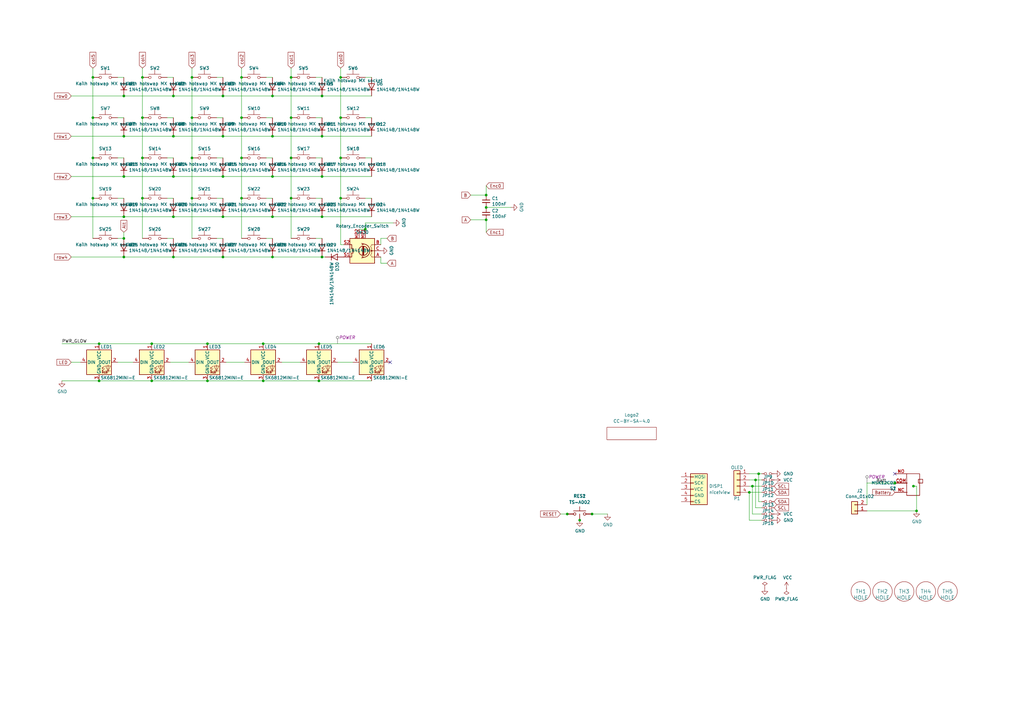
<source format=kicad_sch>
(kicad_sch (version 20230121) (generator eeschema)
  (paper "A3")
  (title_block (title "Lotus 58 Glow") (date "2023-08-30") (rev "v1.26") (company "Markus Knutsson <markus.knutsson@tweety.se>") (comment 1 "https://github.com/TweetyDaBird") (comment 2 "Licensed under Creative Commons BY-SA 4.0 International"))
  (lib_symbols
    (symbol "Connector_Generic:Conn_01x02" (pin_names (offset 1.016) hide)
      (property "Reference" "J" (at 0 2.54 0))
      (property "Value" "Conn_01x02" (at 0 -5.08 0))
      (symbol "Conn_01x02_1_1"
        (rectangle (start -1.27 -2.413) (end 0 -2.667) (stroke (width 0.1524)))
        (rectangle (start -1.27 0.127) (end 0 -0.127) (stroke (width 0.1524)))
        (rectangle (start -1.27 1.27) (end 1.27 -3.81) (stroke (width 0.254)) (fill (type background)))
        (pin passive line (at -5.08 0 0) (length 3.81) (name "Pin_1") (number "1"))
        (pin passive line (at -5.08 -2.54 0) (length 3.81) (name "Pin_2") (number "2"))
      )
    )
    (symbol "Connector_Generic:Conn_01x04" (pin_names (offset 1.016) hide)
      (property "Reference" "J" (at 0 5.08 0))
      (property "Value" "Conn_01x04" (at 0 -7.62 0))
      (symbol "Conn_01x04_1_1"
        (rectangle (start -1.27 -4.953) (end 0 -5.207) (stroke (width 0.1524)))
        (rectangle (start -1.27 -2.413) (end 0 -2.667) (stroke (width 0.1524)))
        (rectangle (start -1.27 0.127) (end 0 -0.127) (stroke (width 0.1524)))
        (rectangle (start -1.27 2.667) (end 0 2.413) (stroke (width 0.1524)))
        (rectangle (start -1.27 3.81) (end 1.27 -6.35) (stroke (width 0.254)) (fill (type background)))
        (pin passive line (at -5.08 2.54 0) (length 3.81) (name "Pin_1") (number "1"))
        (pin passive line (at -5.08 0 0) (length 3.81) (name "Pin_2") (number "2"))
        (pin passive line (at -5.08 -2.54 0) (length 3.81) (name "Pin_3") (number "3"))
        (pin passive line (at -5.08 -5.08 0) (length 3.81) (name "Pin_4") (number "4"))
      )
    )
    (symbol "Device:C_Small" (pin_numbers hide) (pin_names (offset 0.254) hide)
      (property "Reference" "C" (at 0.254 1.778 0))
      (property "Value" "C_Small" (at 0.254 -2.032 0))
      (symbol "C_Small_0_1"
        (polyline (pts (xy -1.524 -0.508) (xy 1.524 -0.508)) (stroke (width 0.3302)))
        (polyline (pts (xy -1.524 0.508) (xy 1.524 0.508)) (stroke (width 0.3048)))
      )
      (symbol "C_Small_1_1"
        (pin passive line (at 0 2.54 270) (length 2.032) (name "~") (number "1"))
        (pin passive line (at 0 -2.54 90) (length 2.032) (name "~") (number "2"))
      )
    )
    (symbol "Device:D" (pin_numbers hide) (pin_names (offset 1.016) hide)
      (property "Reference" "D" (at 0 2.54 0))
      (property "Value" "D" (at 0 -2.54 0))
      (symbol "D_0_1"
        (polyline (pts (xy -1.27 1.27) (xy -1.27 -1.27)) (stroke (width 0.254)))
        (polyline (pts (xy 1.27 0) (xy -1.27 0)))
        (polyline (pts (xy 1.27 1.27) (xy 1.27 -1.27) (xy -1.27 0) (xy 1.27 1.27)) (stroke (width 0.254)))
      )
      (symbol "D_1_1"
        (pin passive line (at -3.81 0 0) (length 2.54) (name "K") (number "1"))
        (pin passive line (at 3.81 0 180) (length 2.54) (name "A") (number "2"))
      )
    )
    (symbol "Device:Jumper_NO_Small" (pin_numbers hide) (pin_names (offset 0.762) hide)
      (property "Reference" "JP" (at 0 2.032 0))
      (property "Value" "Jumper_NO_Small" (at 0.254 -1.524 0))
      (symbol "Jumper_NO_Small_0_1"
        (circle (center -1.016 0) (radius 0.508))
        (circle (center 1.016 0) (radius 0.508))
        (pin passive line (at -2.54 0 0) (length 1.016) (name "1") (number "1"))
        (pin passive line (at 2.54 0 180) (length 1.016) (name "2") (number "2"))
      )
    )
    (symbol "Keyboard Common:MSK12C02" (pin_names (offset 0) hide)
      (property "Reference" "SW" (at 0 7.62 0))
      (property "Value" "MSK12C02" (at 0 5.08 0))
      (symbol "MSK12C02_0_1"
        (rectangle (start -3.81 -1.27) (end -2.032 -2.794))
        (rectangle (start -2.54 3.81) (end 2.794 -5.08))
      )
      (symbol "MSK12C02_1_1"
        (pin power_out line (at 7.62 -1.27 180) (length 5.08) (name "COM") (number "COM"))
        (pin power_in line (at 0 0 90) (length 2.54) hide (name "GND") (number "MP"))
        (pin power_in line (at 7.62 2.54 180) (length 5.08) (name "NC") (number "NC"))
        (pin power_in line (at 7.62 -5.08 180) (length 5.08) (name "NO") (number "NO"))
      )
    )
    (symbol "Keyboard Common:TS-A002" (pin_numbers hide) (pin_names (offset 1.016) hide)
      (property "Reference" "RES1" (at 1.27 2.54 0))
      (property "Value" "TS-A002" (at 0 -1.524 0))
      (symbol "TS-A002_0_1"
        (circle (center -2.032 0) (radius 0.508))
        (polyline (pts (xy 0 1.27) (xy 0 3.048)))
        (polyline (pts (xy 2.54 1.27) (xy -2.54 1.27)))
        (circle (center 2.032 0) (radius 0.508))
        (pin passive line (at -5.08 0 0) (length 2.54) (name "1") (number "1"))
        (pin passive line (at 5.08 0 180) (length 2.54) (name "2") (number "2"))
        (pin passive line (at 0 -2.54 90) (length 2.54) (name "3") (number "3"))
      )
    )
    (symbol "Keyboard Common:nice!view" (pin_names (offset 1.5))
      (property "Reference" "DISP" (at 0.762 7.62 0))
      (property "Value" "nice!view" (at 0 -7.62 0))
      (symbol "nice!view_1_1"
        (rectangle (start -1.27 -4.953) (end 0 -5.207) (stroke (width 0.1524)))
        (rectangle (start -1.27 -2.413) (end 0 -2.667) (stroke (width 0.1524)))
        (rectangle (start -1.27 0.127) (end 0 -0.127) (stroke (width 0.1524)))
        (rectangle (start -1.27 2.667) (end 0 2.413) (stroke (width 0.1524)))
        (rectangle (start -1.27 5.207) (end 0 4.953) (stroke (width 0.1524)))
        (rectangle (start -1.27 6.35) (end 5.588 -6.35) (stroke (width 0.254)) (fill (type background)))
        (pin passive line (at -5.08 5.08 0) (length 3.81) (name "MOSI") (number "1"))
        (pin passive line (at -5.08 2.54 0) (length 3.81) (name "SCK") (number "2"))
        (pin passive line (at -5.08 0 0) (length 3.81) (name "VCC") (number "3"))
        (pin passive line (at -5.08 -2.54 0) (length 3.81) (name "GND") (number "4"))
        (pin passive line (at -5.08 -5.08 0) (length 3.81) (name "CS") (number "5"))
      )
    )
    (symbol "Keyboard_Library:Rotary_Encoder_Switch_GND" (pin_names (offset 0.254) hide)
      (property "Reference" "SW" (at 0 6.604 0))
      (property "Value" "Rotary_Encoder_Switch_GND" (at 0 8.89 0))
      (symbol "Rotary_Encoder_Switch_GND_0_1"
        (rectangle (start -5.08 5.08) (end 5.08 -5.08) (stroke (width 0.254)) (fill (type background)))
        (circle (center -3.81 0) (radius 0.254) (fill (type outline)))
        (circle (center -0.381 0) (radius 1.905) (stroke (width 0.254)))
        (arc (start -0.381 2.667) (mid -3.0988 -0.0635) (end -0.381 -2.794) (stroke (width 0.254)))
        (polyline (pts (xy -0.635 -1.778) (xy -0.635 1.778)) (stroke (width 0.254)))
        (polyline (pts (xy -0.381 -1.778) (xy -0.381 1.778)) (stroke (width 0.254)))
        (polyline (pts (xy -0.127 1.778) (xy -0.127 -1.778)) (stroke (width 0.254)))
        (polyline (pts (xy 3.81 0) (xy 3.429 0)) (stroke (width 0.254)))
        (polyline (pts (xy 3.81 1.016) (xy 3.81 -1.016)) (stroke (width 0.254)))
        (polyline (pts (xy -5.08 -2.54) (xy -3.81 -2.54) (xy -3.81 -2.032)))
        (polyline (pts (xy -5.08 2.54) (xy -3.81 2.54) (xy -3.81 2.032)))
        (polyline (pts (xy 0.254 -3.048) (xy -0.508 -2.794) (xy 0.127 -2.413)) (stroke (width 0.254)))
        (polyline (pts (xy 0.254 2.921) (xy -0.508 2.667) (xy 0.127 2.286)) (stroke (width 0.254)))
        (polyline (pts (xy 5.08 -2.54) (xy 4.318 -2.54) (xy 4.318 -1.016)) (stroke (width 0.254)))
        (polyline (pts (xy 5.08 2.54) (xy 4.318 2.54) (xy 4.318 1.016)) (stroke (width 0.254)))
        (polyline (pts (xy -5.08 0) (xy -3.81 0) (xy -3.81 -1.016) (xy -3.302 -2.032)))
        (polyline (pts (xy -4.318 0) (xy -3.81 0) (xy -3.81 1.016) (xy -3.302 2.032)))
        (circle (center 4.318 -1.016) (radius 0.127) (stroke (width 0.254)))
        (circle (center 4.318 1.016) (radius 0.127) (stroke (width 0.254)))
      )
      (symbol "Rotary_Encoder_Switch_GND_1_1"
        (pin passive line (at -7.62 2.54 0) (length 2.54) (name "A") (number "A"))
        (pin passive line (at -7.62 -2.54 0) (length 2.54) (name "B") (number "B"))
        (pin passive line (at -7.62 0 0) (length 2.54) (name "C") (number "C"))
        (pin power_in line (at -1.27 -8.89 90) (length 3.7084) (name "GND") (number "MP1"))
        (pin power_in line (at 1.27 -8.89 90) (length 3.7592) (name "GND") (number "MP2"))
        (pin passive line (at 7.62 2.54 180) (length 2.54) (name "S1") (number "S1"))
        (pin passive line (at 7.62 -2.54 180) (length 2.54) (name "S2") (number "S2"))
      )
    )
    (symbol "Keyboard_Library:SK6812MINI-E" (pin_names (offset 0.254))
      (property "Reference" "LED" (at 5.08 5.715 0))
      (property "Value" "SK6812MINI-E" (at 1.27 -5.715 0))
      (symbol "SK6812MINI-E_0_0"
        (text "RGB" (at 2.286 -4.191 0) (effects (font (size 0.762 0.762))))
      )
      (symbol "SK6812MINI-E_0_1"
        (polyline (pts (xy 1.27 -3.556) (xy 1.778 -3.556)))
        (polyline (pts (xy 1.27 -2.54) (xy 1.778 -2.54)))
        (polyline (pts (xy 4.699 -3.556) (xy 2.667 -3.556)))
        (polyline (pts (xy 2.286 -2.54) (xy 1.27 -3.556) (xy 1.27 -3.048)))
        (polyline (pts (xy 2.286 -1.524) (xy 1.27 -2.54) (xy 1.27 -2.032)))
        (polyline (pts (xy 3.683 -1.016) (xy 3.683 -3.556) (xy 3.683 -4.064)))
        (polyline (pts (xy 4.699 -1.524) (xy 2.667 -1.524) (xy 3.683 -3.556) (xy 4.699 -1.524)))
        (rectangle (start 5.08 5.08) (end -5.08 -5.08) (stroke (width 0.254)) (fill (type background)))
      )
      (symbol "SK6812MINI-E_1_1"
        (pin power_in line (at 0 7.62 270) (length 2.54) (name "VCC") (number "1"))
        (pin output line (at 7.62 0 180) (length 2.54) (name "DOUT") (number "2"))
        (pin power_in line (at 0 -7.62 90) (length 2.54) (name "GND") (number "3"))
        (pin input line (at -7.62 0 0) (length 2.54) (name "DIN") (number "4"))
      )
    )
    (symbol "Logotypes:CC-BY-SA-4.0" (pin_names (offset 1.016)) (in_bom no)
      (property "Reference" "Logo" (at 0 1.27 0))
      (property "Value" "CC-BY-SA-4.0" (at 0 -1.27 0))
      (symbol "CC-BY-SA-4.0_0_1"
        (rectangle (start -10.16 2.54) (end 10.16 -2.54))
      )
    )
    (symbol "Switch:SW_Push" (pin_numbers hide) (pin_names (offset 1.016) hide)
      (property "Reference" "SW" (at 1.27 2.54 0))
      (property "Value" "SW_Push" (at 0 -1.524 0))
      (symbol "SW_Push_0_1"
        (circle (center -2.032 0) (radius 0.508))
        (polyline (pts (xy 0 1.27) (xy 0 3.048)))
        (polyline (pts (xy 2.54 1.27) (xy -2.54 1.27)))
        (circle (center 2.032 0) (radius 0.508))
        (pin passive line (at -5.08 0 0) (length 2.54) (name "1") (number "1"))
        (pin passive line (at 5.08 0 180) (length 2.54) (name "2") (number "2"))
      )
    )
    (symbol "keebio:Hole" (pin_names (offset 1.016))
      (property "Reference" "H" (at 0 -1.27 0))
      (property "Value" "Hole" (at 0 1.27 0))
      (symbol "Hole_0_1"
        (circle (center 0 0) (radius 4.0132))
      )
    )
    (symbol "power:GND" (power) (pin_names (offset 0))
      (property "Value" "GND" (at 0 -3.81 0))
      (symbol "GND_0_1"
        (polyline (pts (xy 0 0) (xy 0 -1.27) (xy 1.27 -1.27) (xy 0 -2.54) (xy -1.27 -1.27) (xy 0 -1.27)))
      )
      (symbol "GND_1_1"
        (pin power_in line (at 0 0 270) (length 0) hide (name "GND") (number "1"))
      )
    )
    (symbol "power:PWR_FLAG" (power) (pin_numbers hide) (pin_names (offset 0) hide)
      (property "Value" "PWR_FLAG" (at 0 3.81 0))
      (symbol "PWR_FLAG_0_0"
        (pin power_out line (at 0 0 90) (length 0) (name "pwr") (number "1"))
      )
      (symbol "PWR_FLAG_0_1"
        (polyline (pts (xy 0 0) (xy 0 1.27) (xy -1.016 1.905) (xy 0 2.54) (xy 1.016 1.905) (xy 0 1.27)))
      )
    )
    (symbol "power:VCC" (power) (pin_names (offset 0))
      (property "Value" "VCC" (at 0 3.81 0))
      (symbol "VCC_0_1"
        (polyline (pts (xy -0.762 1.27) (xy 0 2.54)))
        (polyline (pts (xy 0 0) (xy 0 2.54)))
        (polyline (pts (xy 0 2.54) (xy 0.762 1.27)))
      )
      (symbol "VCC_1_1"
        (pin power_in line (at 0 0 90) (length 0) hide (name "VCC") (number "1"))
      )
    )
  )
  (junction (at 119.38 48.26))
  (junction (at 50.8 97.79))
  (junction (at 132.08 88.9))
  (junction (at 62.23 140.97))
  (junction (at 307.34 201.93))
  (junction (at 91.44 105.41))
  (junction (at 139.7 48.26))
  (junction (at 58.42 81.28))
  (junction (at 78.74 81.28))
  (junction (at 85.09 156.21))
  (junction (at 199.39 90.17))
  (junction (at 111.76 55.88))
  (junction (at 132.08 55.88))
  (junction (at 107.95 156.21))
  (junction (at 50.8 105.41))
  (junction (at 199.39 85.09))
  (junction (at 111.76 39.37))
  (junction (at 111.76 72.39))
  (junction (at 374.65 199.39))
  (junction (at 119.38 31.75))
  (junction (at 40.64 140.97))
  (junction (at 58.42 48.26))
  (junction (at 99.06 31.75))
  (junction (at 71.12 72.39))
  (junction (at 38.1 48.26))
  (junction (at 50.8 39.37))
  (junction (at 58.42 31.75))
  (junction (at 367.03 198.12))
  (junction (at 149.86 93.98))
  (junction (at 50.8 72.39))
  (junction (at 139.7 64.77))
  (junction (at 71.12 55.88))
  (junction (at 99.06 81.28))
  (junction (at 237.744 213.36))
  (junction (at 71.12 39.37))
  (junction (at 50.8 88.9))
  (junction (at 107.95 140.97))
  (junction (at 58.42 64.77))
  (junction (at 38.1 31.75))
  (junction (at 130.81 140.97))
  (junction (at 50.8 55.88))
  (junction (at 111.76 105.41))
  (junction (at 91.44 55.88))
  (junction (at 85.09 140.97))
  (junction (at 38.1 64.77))
  (junction (at 375.92 209.55))
  (junction (at 71.12 105.41))
  (junction (at 78.74 64.77))
  (junction (at 111.76 88.9))
  (junction (at 199.39 80.01))
  (junction (at 91.44 39.37))
  (junction (at 311.15 194.31))
  (junction (at 132.08 72.39))
  (junction (at 242.824 210.82))
  (junction (at 132.08 39.37))
  (junction (at 119.38 64.77))
  (junction (at 132.08 105.41))
  (junction (at 232.664 210.82))
  (junction (at 309.88 196.85))
  (junction (at 62.23 156.21))
  (junction (at 78.74 31.75))
  (junction (at 308.61 199.39))
  (junction (at 99.06 64.77))
  (junction (at 78.74 48.26))
  (junction (at 99.06 48.26))
  (junction (at 91.44 72.39))
  (junction (at 40.64 156.21))
  (junction (at 139.7 31.75))
  (junction (at 91.44 88.9))
  (junction (at 139.7 81.28))
  (junction (at 38.1 81.28))
  (junction (at 71.12 88.9))
  (junction (at 119.38 81.28))
  (junction (at 130.81 156.21))
  (no_connect (at 160.02 148.59))
  (no_connect (at 367.03 194.31))
  (wire (pts (xy 307.34 194.31) (xy 311.15 194.31)))
  (wire (pts (xy 29.21 148.59) (xy 33.02 148.59)))
  (wire (pts (xy 132.08 48.26) (xy 129.54 48.26)))
  (wire (pts (xy 199.39 80.01) (xy 199.39 76.2)))
  (wire (pts (xy 109.22 31.75) (xy 111.76 31.75)))
  (wire (pts (xy 68.58 64.77) (xy 71.12 64.77)))
  (wire (pts (xy 25.4 140.97) (xy 40.64 140.97)))
  (wire (pts (xy 29.21 105.41) (xy 50.8 105.41)))
  (wire (pts (xy 311.15 194.31) (xy 311.15 205.74)))
  (wire (pts (xy 68.58 31.75) (xy 71.12 31.75)))
  (wire (pts (xy 367.03 198.12) (xy 355.6 198.12)))
  (wire (pts (xy 50.8 81.28) (xy 48.26 81.28)))
  (wire (pts (xy 193.04 80.01) (xy 199.39 80.01)))
  (wire (pts (xy 91.44 97.79) (xy 88.9 97.79)))
  (wire (pts (xy 132.08 55.88) (xy 152.4 55.88)))
  (wire (pts (xy 78.74 48.26) (xy 78.74 64.77)))
  (wire (pts (xy 40.64 156.21) (xy 62.23 156.21)))
  (wire (pts (xy 38.1 27.94) (xy 38.1 31.75)))
  (wire (pts (xy 88.9 31.75) (xy 91.44 31.75)))
  (wire (pts (xy 132.08 105.41) (xy 133.35 105.41)))
  (wire (pts (xy 99.06 31.75) (xy 99.06 48.26)))
  (wire (pts (xy 99.06 27.94) (xy 99.06 31.75)))
  (wire (pts (xy 355.6 198.12) (xy 355.6 207.01)))
  (wire (pts (xy 78.74 64.77) (xy 78.74 81.28)))
  (wire (pts (xy 107.95 140.97) (xy 130.81 140.97)))
  (wire (pts (xy 29.21 55.88) (xy 50.8 55.88)))
  (wire (pts (xy 50.8 55.88) (xy 71.12 55.88)))
  (wire (pts (xy 48.26 64.77) (xy 50.8 64.77)))
  (wire (pts (xy 78.74 31.75) (xy 78.74 48.26)))
  (wire (pts (xy 115.57 148.59) (xy 123.19 148.59)))
  (wire (pts (xy 71.12 105.41) (xy 91.44 105.41)))
  (wire (pts (xy 111.76 64.77) (xy 109.22 64.77)))
  (wire (pts (xy 50.8 95.25) (xy 50.8 97.79)))
  (wire (pts (xy 312.42 194.31) (xy 311.15 194.31)))
  (wire (pts (xy 149.86 64.77) (xy 152.4 64.77)))
  (wire (pts (xy 312.42 196.85) (xy 309.88 196.85)))
  (wire (pts (xy 307.34 201.93) (xy 312.42 201.93)))
  (wire (pts (xy 78.74 81.28) (xy 78.74 97.79)))
  (wire (pts (xy 158.75 107.95) (xy 156.21 107.95)))
  (wire (pts (xy 71.12 72.39) (xy 91.44 72.39)))
  (wire (pts (xy 50.8 88.9) (xy 71.12 88.9)))
  (wire (pts (xy 99.06 64.77) (xy 99.06 81.28)))
  (wire (pts (xy 156.21 107.95) (xy 156.21 105.41)))
  (wire (pts (xy 199.39 95.25) (xy 199.39 90.17)))
  (wire (pts (xy 25.4 156.21) (xy 40.64 156.21)))
  (wire (pts (xy 119.38 81.28) (xy 119.38 97.79)))
  (wire (pts (xy 161.29 91.44) (xy 149.86 91.44)))
  (wire (pts (xy 78.74 27.94) (xy 78.74 31.75)))
  (wire (pts (xy 62.23 140.97) (xy 85.09 140.97)))
  (wire (pts (xy 130.81 140.97) (xy 152.4 140.97)))
  (wire (pts (xy 71.12 55.88) (xy 91.44 55.88)))
  (wire (pts (xy 119.38 31.75) (xy 119.38 48.26)))
  (wire (pts (xy 99.06 48.26) (xy 99.06 64.77)))
  (wire (pts (xy 92.71 148.59) (xy 100.33 148.59)))
  (wire (pts (xy 149.86 81.28) (xy 152.4 81.28)))
  (wire (pts (xy 139.7 31.75) (xy 139.7 48.26)))
  (wire (pts (xy 69.85 148.59) (xy 77.47 148.59)))
  (wire (pts (xy 109.22 81.28) (xy 111.76 81.28)))
  (wire (pts (xy 119.38 48.26) (xy 119.38 64.77)))
  (wire (pts (xy 71.12 48.26) (xy 68.58 48.26)))
  (wire (pts (xy 107.95 156.21) (xy 130.81 156.21)))
  (wire (pts (xy 91.44 88.9) (xy 111.76 88.9)))
  (wire (pts (xy 119.38 64.77) (xy 119.38 81.28)))
  (wire (pts (xy 58.42 27.94) (xy 58.42 31.75)))
  (wire (pts (xy 99.06 81.28) (xy 99.06 97.79)))
  (wire (pts (xy 147.32 93.98) (xy 149.86 93.98)))
  (wire (pts (xy 130.81 156.21) (xy 152.4 156.21)))
  (wire (pts (xy 48.26 148.59) (xy 54.61 148.59)))
  (wire (pts (xy 29.21 88.9) (xy 50.8 88.9)))
  (wire (pts (xy 132.08 97.79) (xy 129.54 97.79)))
  (wire (pts (xy 88.9 48.26) (xy 91.44 48.26)))
  (wire (pts (xy 111.76 97.79) (xy 109.22 97.79)))
  (wire (pts (xy 149.86 31.75) (xy 152.4 31.75)))
  (wire (pts (xy 193.04 90.17) (xy 199.39 90.17)))
  (wire (pts (xy 199.39 85.09) (xy 209.55 85.09)))
  (wire (pts (xy 249.174 210.82) (xy 242.824 210.82)))
  (wire (pts (xy 50.8 105.41) (xy 71.12 105.41)))
  (wire (pts (xy 132.08 31.75) (xy 129.54 31.75)))
  (wire (pts (xy 91.44 81.28) (xy 88.9 81.28)))
  (wire (pts (xy 111.76 55.88) (xy 132.08 55.88)))
  (wire (pts (xy 375.92 199.39) (xy 375.92 209.55)))
  (wire (pts (xy 132.08 72.39) (xy 152.4 72.39)))
  (wire (pts (xy 29.21 39.37) (xy 50.8 39.37)))
  (wire (pts (xy 149.86 91.44) (xy 149.86 93.98)))
  (wire (pts (xy 139.7 64.77) (xy 139.7 81.28)))
  (wire (pts (xy 152.4 48.26) (xy 149.86 48.26)))
  (wire (pts (xy 91.44 105.41) (xy 111.76 105.41)))
  (wire (pts (xy 111.76 72.39) (xy 132.08 72.39)))
  (wire (pts (xy 91.44 72.39) (xy 111.76 72.39)))
  (wire (pts (xy 91.44 39.37) (xy 111.76 39.37)))
  (wire (pts (xy 58.42 81.28) (xy 58.42 97.79)))
  (wire (pts (xy 158.75 97.79) (xy 156.21 97.79)))
  (wire (pts (xy 71.12 39.37) (xy 91.44 39.37)))
  (wire (pts (xy 38.1 48.26) (xy 38.1 64.77)))
  (wire (pts (xy 38.1 81.28) (xy 38.1 97.79)))
  (wire (pts (xy 119.38 27.94) (xy 119.38 31.75)))
  (wire (pts (xy 139.7 48.26) (xy 139.7 64.77)))
  (wire (pts (xy 139.7 27.94) (xy 139.7 31.75)))
  (wire (pts (xy 139.7 81.28) (xy 139.7 100.33)))
  (wire (pts (xy 132.08 39.37) (xy 152.4 39.37)))
  (wire (pts (xy 50.8 39.37) (xy 71.12 39.37)))
  (wire (pts (xy 308.61 199.39) (xy 312.42 199.39)))
  (wire (pts (xy 85.09 156.21) (xy 107.95 156.21)))
  (wire (pts (xy 132.08 88.9) (xy 152.4 88.9)))
  (wire (pts (xy 71.12 88.9) (xy 91.44 88.9)))
  (wire (pts (xy 40.64 140.97) (xy 62.23 140.97)))
  (wire (pts (xy 71.12 81.28) (xy 68.58 81.28)))
  (wire (pts (xy 309.88 196.85) (xy 309.88 208.28)))
  (wire (pts (xy 308.61 210.82) (xy 308.61 199.39)))
  (wire (pts (xy 307.34 213.36) (xy 312.42 213.36)))
  (wire (pts (xy 307.34 201.93) (xy 307.34 213.36)))
  (wire (pts (xy 58.42 64.77) (xy 58.42 81.28)))
  (wire (pts (xy 156.21 97.79) (xy 156.21 100.33)))
  (wire (pts (xy 132.08 64.77) (xy 129.54 64.77)))
  (wire (pts (xy 139.7 100.33) (xy 140.97 100.33)))
  (wire (pts (xy 71.12 97.79) (xy 68.58 97.79)))
  (wire (pts (xy 375.92 199.39) (xy 374.65 199.39)))
  (wire (pts (xy 307.34 196.85) (xy 309.88 196.85)))
  (wire (pts (xy 62.23 156.21) (xy 85.09 156.21)))
  (wire (pts (xy 50.8 48.26) (xy 48.26 48.26)))
  (wire (pts (xy 312.42 205.74) (xy 311.15 205.74)))
  (wire (pts (xy 312.42 210.82) (xy 308.61 210.82)))
  (wire (pts (xy 85.09 140.97) (xy 107.95 140.97)))
  (wire (pts (xy 111.76 48.26) (xy 109.22 48.26)))
  (wire (pts (xy 88.9 64.77) (xy 91.44 64.77)))
  (wire (pts (xy 138.43 148.59) (xy 144.78 148.59)))
  (wire (pts (xy 50.8 31.75) (xy 48.26 31.75)))
  (wire (pts (xy 111.76 105.41) (xy 132.08 105.41)))
  (wire (pts (xy 50.8 72.39) (xy 71.12 72.39)))
  (wire (pts (xy 132.08 81.28) (xy 129.54 81.28)))
  (wire (pts (xy 111.76 88.9) (xy 132.08 88.9)))
  (wire (pts (xy 58.42 31.75) (xy 58.42 48.26)))
  (wire (pts (xy 29.21 72.39) (xy 50.8 72.39)))
  (wire (pts (xy 229.87 210.82) (xy 232.664 210.82)))
  (wire (pts (xy 355.6 209.55) (xy 375.92 209.55)))
  (wire (pts (xy 91.44 55.88) (xy 111.76 55.88)))
  (wire (pts (xy 309.88 208.28) (xy 312.42 208.28)))
  (wire (pts (xy 48.26 97.79) (xy 50.8 97.79)))
  (wire (pts (xy 307.34 199.39) (xy 308.61 199.39)))
  (wire (pts (xy 38.1 31.75) (xy 38.1 48.26)))
  (wire (pts (xy 111.76 39.37) (xy 132.08 39.37)))
  (wire (pts (xy 58.42 48.26) (xy 58.42 64.77)))
  (wire (pts (xy 38.1 64.77) (xy 38.1 81.28)))
  (label "PWR_GLOW" (at 25.4 140.97 0))
  (label "Batt" (at 359.41 198.12 0))
  (global_label "A" (shape input) (at 193.04 90.17 180) (property "Intersheetrefs" "${INTERSHEET_REFS}" (effects hide)))
  (global_label "Alt" (shape input) (at 50.8 95.25 90) (property "Intersheetrefs" "${INTERSHEET_REFS}" (effects hide)))
  (global_label "col4" (shape input) (at 58.42 27.94 90) (property "Intersheetrefs" "${INTERSHEET_REFS}" (effects hide)))
  (global_label "LED" (shape input) (at 29.21 148.59 180) (property "Intersheetrefs" "${INTERSHEET_REFS}" (effects hide)))
  (global_label "Enc1" (shape input) (at 199.39 95.25 0) (property "Intersheetrefs" "${INTERSHEET_REFS}" (effects hide)))
  (global_label "row3" (shape input) (at 29.21 88.9 180) (property "Intersheetrefs" "${INTERSHEET_REFS}" (effects hide)))
  (global_label "SDA" (shape input) (at 317.5 205.74 0) (property "Intersheetrefs" "${INTERSHEET_REFS}" (effects hide)))
  (global_label "SDA" (shape input) (at 317.5 201.93 0) (property "Intersheetrefs" "${INTERSHEET_REFS}" (effects hide)))
  (global_label "row1" (shape input) (at 29.21 55.88 180) (property "Intersheetrefs" "${INTERSHEET_REFS}" (effects hide)))
  (global_label "SCL" (shape input) (at 317.5 208.28 0) (property "Intersheetrefs" "${INTERSHEET_REFS}" (effects hide)))
  (global_label "row2" (shape input) (at 29.21 72.39 180) (property "Intersheetrefs" "${INTERSHEET_REFS}" (effects hide)))
  (global_label "col5" (shape input) (at 38.1 27.94 90) (property "Intersheetrefs" "${INTERSHEET_REFS}" (effects hide)))
  (global_label "col3" (shape input) (at 78.74 27.94 90) (property "Intersheetrefs" "${INTERSHEET_REFS}" (effects hide)))
  (global_label "Battery" (shape input) (at 367.03 201.93 180) (property "Intersheetrefs" "${INTERSHEET_REFS}" (effects hide)))
  (global_label "SCL" (shape input) (at 317.5 199.39 0) (property "Intersheetrefs" "${INTERSHEET_REFS}" (effects hide)))
  (global_label "A" (shape input) (at 158.75 107.95 0) (property "Intersheetrefs" "${INTERSHEET_REFS}" (effects hide)))
  (global_label "row0" (shape input) (at 29.21 39.37 180) (property "Intersheetrefs" "${INTERSHEET_REFS}" (effects hide)))
  (global_label "B" (shape input) (at 193.04 80.01 180) (property "Intersheetrefs" "${INTERSHEET_REFS}" (effects hide)))
  (global_label "Enc0" (shape input) (at 199.39 76.2 0) (property "Intersheetrefs" "${INTERSHEET_REFS}" (effects hide)))
  (global_label "row4" (shape input) (at 29.21 105.41 180) (property "Intersheetrefs" "${INTERSHEET_REFS}" (effects hide)))
  (global_label "B" (shape input) (at 158.75 97.79 0) (property "Intersheetrefs" "${INTERSHEET_REFS}" (effects hide)))
  (global_label "col1" (shape input) (at 119.38 27.94 90) (property "Intersheetrefs" "${INTERSHEET_REFS}" (effects hide)))
  (global_label "col0" (shape input) (at 139.7 27.94 90) (property "Intersheetrefs" "${INTERSHEET_REFS}" (effects hide)))
  (global_label "col2" (shape input) (at 99.06 27.94 90) (property "Intersheetrefs" "${INTERSHEET_REFS}" (effects hide)))
  (global_label "RESET" (shape input) (at 229.87 210.82 180) (property "Intersheetrefs" "${INTERSHEET_REFS}" (effects hide)))
  (netclass_flag "" (length 2.54) (shape round) (at 355.6 198.12 0) (property "Netclass" "POWER" (at 356.2096 195.58 0) (effects (font italic) (justify left))))
  (netclass_flag "" (length 2.54) (shape round) (at 138.43 140.97 0) (property "Netclass" "POWER" (at 139.0396 138.43 0) (effects (font italic) (justify left))))
  (symbol (lib_id "Switch:SW_Push") (at 43.18 97.79 0) (unit 1)
    (property "Reference" "SW25" (at 43.18 93.98 0))
    (property "Value" "Kailh hotswap MX socket" (at 43.18 100.33 0))
    (property "Footprint" "keyswitches:Kailh_socket_MX_reversible_RGB" (effects hide))
  )
  (symbol (lib_id "Switch:SW_Push") (at 63.5 97.79 0) (unit 1)
    (property "Reference" "SW26" (at 63.5 93.98 0))
    (property "Value" "Kailh hotswap MX socket" (at 63.5 100.33 0))
    (property "Footprint" "keyswitches:Kailh_socket_MX_reversible_RGB" (effects hide))
  )
  (symbol (lib_id "Switch:SW_Push") (at 43.18 31.75 0) (mirror y) (unit 1)
    (property "Reference" "SW1" (at 43.18 27.94 0))
    (property "Value" "Kailh hotswap MX socket" (at 43.18 34.29 0))
    (property "Footprint" "keyswitches:Kailh_socket_MX_reversible_RGB" (effects hide))
  )
  (symbol (lib_id "Device:D") (at 50.8 35.56 90) (unit 1)
    (property "Reference" "D1" (at 52.8066 34.3916 90) (effects (justify right)))
    (property "Value" "1N4148/1N4148W" (at 52.8066 36.703 90) (effects (justify right)))
    (property "Footprint" "Diode_SMD:D_SOD-123" (effects hide))
  )
  (symbol (lib_id "Switch:SW_Push") (at 63.5 31.75 0) (unit 1)
    (property "Reference" "SW2" (at 63.5 27.94 0))
    (property "Value" "Kailh hotswap MX socket" (at 63.5 34.29 0))
    (property "Footprint" "keyswitches:Kailh_socket_MX_reversible_RGB" (effects hide))
  )
  (symbol (lib_id "Device:D") (at 71.12 35.56 90) (unit 1)
    (property "Reference" "D2" (at 73.1266 34.3916 90) (effects (justify right)))
    (property "Value" "1N4148/1N4148W" (at 73.1266 36.703 90) (effects (justify right)))
    (property "Footprint" "Diode_SMD:D_SOD-123" (effects hide))
  )
  (symbol (lib_id "Switch:SW_Push") (at 83.82 31.75 0) (unit 1)
    (property "Reference" "SW3" (at 83.82 27.94 0))
    (property "Value" "Kailh hotswap MX socket" (at 83.82 34.29 0))
    (property "Footprint" "keyswitches:Kailh_socket_MX_reversible_RGB" (effects hide))
  )
  (symbol (lib_id "Device:D") (at 91.44 35.56 90) (unit 1)
    (property "Reference" "D3" (at 93.4466 34.3916 90) (effects (justify right)))
    (property "Value" "1N4148/1N4148W" (at 93.4466 36.703 90) (effects (justify right)))
    (property "Footprint" "Diode_SMD:D_SOD-123" (effects hide))
  )
  (symbol (lib_id "Switch:SW_Push") (at 104.14 31.75 0) (unit 1)
    (property "Reference" "SW4" (at 104.14 27.94 0))
    (property "Value" "Kailh hotswap MX socket" (at 104.14 34.29 0))
    (property "Footprint" "keyswitches:Kailh_socket_MX_reversible_RGB" (effects hide))
  )
  (symbol (lib_id "Device:D") (at 111.76 35.56 90) (unit 1)
    (property "Reference" "D4" (at 113.7666 34.3916 90) (effects (justify right)))
    (property "Value" "1N4148/1N4148W" (at 113.7666 36.703 90) (effects (justify right)))
    (property "Footprint" "Diode_SMD:D_SOD-123" (effects hide))
  )
  (symbol (lib_id "Switch:SW_Push") (at 124.46 31.75 0) (unit 1)
    (property "Reference" "SW5" (at 124.46 27.94 0))
    (property "Value" "Kailh hotswap MX socket" (at 124.46 34.29 0))
    (property "Footprint" "keyswitches:Kailh_socket_MX_reversible_RGB" (effects hide))
  )
  (symbol (lib_id "Device:D") (at 132.08 35.56 90) (unit 1)
    (property "Reference" "D5" (at 134.0866 34.3916 90) (effects (justify right)))
    (property "Value" "1N4148/1N4148W" (at 134.0866 36.703 90) (effects (justify right)))
    (property "Footprint" "Diode_SMD:D_SOD-123" (effects hide))
  )
  (symbol (lib_id "Switch:SW_Push") (at 144.78 31.75 0) (unit 1)
    (property "Reference" "SW6" (at 144.78 27.94 0))
    (property "Value" "Kailh hotswap MX socket" (at 144.78 33.02 0))
    (property "Footprint" "keyswitches:Kailh_socket_MX_reversible_RGB" (effects hide))
  )
  (symbol (lib_id "Device:D") (at 152.4 35.56 90) (unit 1)
    (property "Reference" "D6" (at 154.4066 34.3916 90) (effects (justify right)))
    (property "Value" "1N4148/1N4148W" (at 154.4066 36.703 90) (effects (justify right)))
    (property "Footprint" "Diode_SMD:D_SOD-123" (effects hide))
  )
  (symbol (lib_id "Switch:SW_Push") (at 63.5 48.26 0) (unit 1)
    (property "Reference" "SW8" (at 63.5 44.45 0))
    (property "Value" "Kailh hotswap MX socket" (at 63.5 50.8 0))
    (property "Footprint" "keyswitches:Kailh_socket_MX_reversible_RGB" (effects hide))
  )
  (symbol (lib_id "Switch:SW_Push") (at 83.82 48.26 0) (unit 1)
    (property "Reference" "SW9" (at 83.82 44.45 0))
    (property "Value" "Kailh hotswap MX socket" (at 83.82 50.8 0))
    (property "Footprint" "keyswitches:Kailh_socket_MX_reversible_RGB" (effects hide))
  )
  (symbol (lib_id "Switch:SW_Push") (at 104.14 48.26 0) (unit 1)
    (property "Reference" "SW10" (at 104.14 44.45 0))
    (property "Value" "Kailh hotswap MX socket" (at 104.14 50.8 0))
    (property "Footprint" "keyswitches:Kailh_socket_MX_reversible_RGB" (effects hide))
  )
  (symbol (lib_id "Switch:SW_Push") (at 124.46 48.26 0) (unit 1)
    (property "Reference" "SW11" (at 124.46 44.45 0))
    (property "Value" "Kailh hotswap MX socket" (at 124.46 50.8 0))
    (property "Footprint" "keyswitches:Kailh_socket_MX_reversible_RGB" (effects hide))
  )
  (symbol (lib_id "Switch:SW_Push") (at 144.78 48.26 0) (unit 1)
    (property "Reference" "SW12" (at 144.78 44.45 0))
    (property "Value" "Kailh hotswap MX socket" (at 144.78 50.8 0))
    (property "Footprint" "keyswitches:Kailh_socket_MX_reversible_RGB" (effects hide))
  )
  (symbol (lib_id "Switch:SW_Push") (at 43.18 48.26 0) (unit 1)
    (property "Reference" "SW7" (at 43.18 44.45 0))
    (property "Value" "Kailh hotswap MX socket" (at 43.18 50.8 0))
    (property "Footprint" "keyswitches:Kailh_socket_MX_reversible_RGB" (effects hide))
  )
  (symbol (lib_id "Device:D") (at 50.8 52.07 90) (unit 1)
    (property "Reference" "D7" (at 52.8066 50.9016 90) (effects (justify right)))
    (property "Value" "1N4148/1N4148W" (at 52.8066 53.213 90) (effects (justify right)))
    (property "Footprint" "Diode_SMD:D_SOD-123" (effects hide))
  )
  (symbol (lib_id "Device:D") (at 71.12 52.07 90) (unit 1)
    (property "Reference" "D8" (at 73.1266 50.9016 90) (effects (justify right)))
    (property "Value" "1N4148/1N4148W" (at 73.1266 53.213 90) (effects (justify right)))
    (property "Footprint" "Diode_SMD:D_SOD-123" (effects hide))
  )
  (symbol (lib_id "Device:D") (at 91.44 52.07 90) (unit 1)
    (property "Reference" "D9" (at 93.4466 50.9016 90) (effects (justify right)))
    (property "Value" "1N4148/1N4148W" (at 93.4466 53.213 90) (effects (justify right)))
    (property "Footprint" "Diode_SMD:D_SOD-123" (effects hide))
  )
  (symbol (lib_id "Device:D") (at 111.76 52.07 90) (unit 1)
    (property "Reference" "D10" (at 113.7666 50.9016 90) (effects (justify right)))
    (property "Value" "1N4148/1N4148W" (at 113.7666 53.213 90) (effects (justify right)))
    (property "Footprint" "Diode_SMD:D_SOD-123" (effects hide))
  )
  (symbol (lib_id "Device:D") (at 132.08 52.07 90) (unit 1)
    (property "Reference" "D11" (at 134.0866 50.9016 90) (effects (justify right)))
    (property "Value" "1N4148/1N4148W" (at 134.0866 53.213 90) (effects (justify right)))
    (property "Footprint" "Diode_SMD:D_SOD-123" (effects hide))
  )
  (symbol (lib_id "Device:D") (at 152.4 52.07 90) (unit 1)
    (property "Reference" "D12" (at 154.4066 50.9016 90) (effects (justify right)))
    (property "Value" "1N4148/1N4148W" (at 154.4066 53.213 90) (effects (justify right)))
    (property "Footprint" "Diode_SMD:D_SOD-123" (effects hide))
  )
  (symbol (lib_id "Switch:SW_Push") (at 43.18 64.77 0) (unit 1)
    (property "Reference" "SW13" (at 43.18 60.96 0))
    (property "Value" "Kailh hotswap MX socket" (at 43.18 67.31 0))
    (property "Footprint" "keyswitches:Kailh_socket_MX_reversible_RGB" (effects hide))
  )
  (symbol (lib_id "Switch:SW_Push") (at 63.5 64.77 0) (unit 1)
    (property "Reference" "SW14" (at 63.5 60.96 0))
    (property "Value" "Kailh hotswap MX socket" (at 63.5 67.31 0))
    (property "Footprint" "keyswitches:Kailh_socket_MX_reversible_RGB" (effects hide))
  )
  (symbol (lib_id "Switch:SW_Push") (at 83.82 64.77 0) (unit 1)
    (property "Reference" "SW15" (at 83.82 60.96 0))
    (property "Value" "Kailh hotswap MX socket" (at 83.82 67.31 0))
    (property "Footprint" "keyswitches:Kailh_socket_MX_reversible_RGB" (effects hide))
  )
  (symbol (lib_id "Switch:SW_Push") (at 104.14 64.77 0) (unit 1)
    (property "Reference" "SW16" (at 104.14 60.96 0))
    (property "Value" "Kailh hotswap MX socket" (at 104.14 67.31 0))
    (property "Footprint" "keyswitches:Kailh_socket_MX_reversible_RGB" (effects hide))
  )
  (symbol (lib_id "Switch:SW_Push") (at 124.46 64.77 0) (unit 1)
    (property "Reference" "SW17" (at 124.46 60.96 0))
    (property "Value" "Kailh hotswap MX socket" (at 124.46 67.31 0))
    (property "Footprint" "keyswitches:Kailh_socket_MX_reversible_RGB" (effects hide))
  )
  (symbol (lib_id "Switch:SW_Push") (at 144.78 64.77 0) (unit 1)
    (property "Reference" "SW18" (at 144.78 60.96 0))
    (property "Value" "Kailh hotswap MX socket" (at 144.78 67.31 0))
    (property "Footprint" "keyswitches:Kailh_socket_MX_reversible_RGB" (effects hide))
  )
  (symbol (lib_id "Device:D") (at 50.8 68.58 90) (unit 1)
    (property "Reference" "D13" (at 52.8066 67.4116 90) (effects (justify right)))
    (property "Value" "1N4148/1N4148W" (at 52.8066 69.723 90) (effects (justify right)))
    (property "Footprint" "Diode_SMD:D_SOD-123" (effects hide))
  )
  (symbol (lib_id "Device:D") (at 71.12 68.58 90) (unit 1)
    (property "Reference" "D14" (at 73.1266 67.4116 90) (effects (justify right)))
    (property "Value" "1N4148/1N4148W" (at 73.1266 69.723 90) (effects (justify right)))
    (property "Footprint" "Diode_SMD:D_SOD-123" (effects hide))
  )
  (symbol (lib_id "Device:D") (at 91.44 68.58 90) (unit 1)
    (property "Reference" "D15" (at 93.4466 67.4116 90) (effects (justify right)))
    (property "Value" "1N4148/1N4148W" (at 93.4466 69.723 90) (effects (justify right)))
    (property "Footprint" "Diode_SMD:D_SOD-123" (effects hide))
  )
  (symbol (lib_id "Device:D") (at 111.76 68.58 90) (unit 1)
    (property "Reference" "D16" (at 113.7666 67.4116 90) (effects (justify right)))
    (property "Value" "1N4148/1N4148W" (at 113.7666 69.723 90) (effects (justify right)))
    (property "Footprint" "Diode_SMD:D_SOD-123" (effects hide))
  )
  (symbol (lib_id "Device:D") (at 132.08 68.58 90) (unit 1)
    (property "Reference" "D17" (at 134.0866 67.4116 90) (effects (justify right)))
    (property "Value" "1N4148/1N4148W" (at 134.0866 69.723 90) (effects (justify right)))
    (property "Footprint" "Diode_SMD:D_SOD-123" (effects hide))
  )
  (symbol (lib_id "Device:D") (at 152.4 68.58 90) (unit 1)
    (property "Reference" "D18" (at 154.4066 67.4116 90) (effects (justify right)))
    (property "Value" "1N4148/1N4148W" (at 154.4066 69.723 90) (effects (justify right)))
    (property "Footprint" "Diode_SMD:D_SOD-123" (effects hide))
  )
  (symbol (lib_id "Switch:SW_Push") (at 83.82 81.28 0) (unit 1)
    (property "Reference" "SW21" (at 83.82 77.47 0))
    (property "Value" "Kailh hotswap MX socket" (at 83.82 83.82 0))
    (property "Footprint" "keyswitches:Kailh_socket_MX_reversible_RGB" (effects hide))
  )
  (symbol (lib_id "Switch:SW_Push") (at 104.14 81.28 0) (unit 1)
    (property "Reference" "SW22" (at 104.14 77.47 0))
    (property "Value" "Kailh hotswap MX socket" (at 104.14 83.82 0))
    (property "Footprint" "keyswitches:Kailh_socket_MX_reversible_RGB" (effects hide))
  )
  (symbol (lib_id "Switch:SW_Push") (at 124.46 81.28 0) (unit 1)
    (property "Reference" "SW23" (at 124.46 77.47 0))
    (property "Value" "Kailh hotswap MX socket" (at 124.46 83.82 0))
    (property "Footprint" "keyswitches:Kailh_socket_MX_reversible_RGB" (effects hide))
  )
  (symbol (lib_id "Switch:SW_Push") (at 144.78 81.28 0) (unit 1)
    (property "Reference" "SW24" (at 144.78 77.47 0))
    (property "Value" "Kailh hotswap MX socket" (at 144.78 83.82 0))
    (property "Footprint" "keyswitches:Kailh_socket_MX_reversible_RGB" (effects hide))
  )
  (symbol (lib_id "Switch:SW_Push") (at 63.5 81.28 0) (unit 1)
    (property "Reference" "SW20" (at 63.5 77.47 0))
    (property "Value" "Kailh hotswap MX socket" (at 63.5 83.82 0))
    (property "Footprint" "keyswitches:Kailh_socket_MX_reversible_RGB" (effects hide))
  )
  (symbol (lib_id "Switch:SW_Push") (at 43.18 81.28 0) (unit 1)
    (property "Reference" "SW19" (at 43.18 77.47 0))
    (property "Value" "Kailh hotswap MX socket" (at 43.18 83.82 0))
    (property "Footprint" "keyswitches:Kailh_socket_MX_reversible_RGB" (effects hide))
  )
  (symbol (lib_id "Device:D") (at 50.8 85.09 90) (unit 1)
    (property "Reference" "D19" (at 52.8066 83.9216 90) (effects (justify right)))
    (property "Value" "1N4148/1N4148W" (at 52.8066 86.233 90) (effects (justify right)))
    (property "Footprint" "Diode_SMD:D_SOD-123" (effects hide))
  )
  (symbol (lib_id "Device:D") (at 71.12 85.09 90) (unit 1)
    (property "Reference" "D20" (at 73.1266 83.9216 90) (effects (justify right)))
    (property "Value" "1N4148/1N4148W" (at 73.1266 86.233 90) (effects (justify right)))
    (property "Footprint" "Diode_SMD:D_SOD-123" (effects hide))
  )
  (symbol (lib_id "Device:D") (at 91.44 85.09 90) (unit 1)
    (property "Reference" "D21" (at 93.4466 83.9216 90) (effects (justify right)))
    (property "Value" "1N4148/1N4148W" (at 93.4466 86.233 90) (effects (justify right)))
    (property "Footprint" "Diode_SMD:D_SOD-123" (effects hide))
  )
  (symbol (lib_id "Device:D") (at 111.76 85.09 90) (unit 1)
    (property "Reference" "D22" (at 113.7666 83.9216 90) (effects (justify right)))
    (property "Value" "1N4148/1N4148W" (at 113.7666 86.233 90) (effects (justify right)))
    (property "Footprint" "Diode_SMD:D_SOD-123" (effects hide))
  )
  (symbol (lib_id "Device:D") (at 132.08 85.09 90) (unit 1)
    (property "Reference" "D23" (at 134.0866 83.9216 90) (effects (justify right)))
    (property "Value" "1N4148/1N4148W" (at 134.0866 86.233 90) (effects (justify right)))
    (property "Footprint" "Diode_SMD:D_SOD-123" (effects hide))
  )
  (symbol (lib_id "Device:D") (at 152.4 85.09 90) (unit 1)
    (property "Reference" "D24" (at 154.4066 83.9216 90) (effects (justify right)))
    (property "Value" "1N4148/1N4148W" (at 154.4066 86.233 90) (effects (justify right)))
    (property "Footprint" "Diode_SMD:D_SOD-123" (effects hide))
  )
  (symbol (lib_id "Switch:SW_Push") (at 83.82 97.79 0) (unit 1)
    (property "Reference" "SW27" (at 83.82 93.98 0))
    (property "Value" "Kailh hotswap MX socket" (at 83.82 100.33 0))
    (property "Footprint" "keyswitches:Kailh_socket_MX_reversible_RGB" (effects hide))
  )
  (symbol (lib_id "Switch:SW_Push") (at 104.14 97.79 0) (unit 1)
    (property "Reference" "SW28" (at 104.14 93.98 0))
    (property "Value" "Kailh hotswap MX socket" (at 104.14 100.33 0))
    (property "Footprint" "keyswitches:Kailh_socket_MX_reversible_RGB" (effects hide))
  )
  (symbol (lib_id "Switch:SW_Push") (at 124.46 97.79 0) (unit 1)
    (property "Reference" "SW29" (at 124.46 93.98 0))
    (property "Value" "Kailh hotswap MX socket" (at 124.46 100.33 0))
    (property "Footprint" "keyswitches:Kailh_socket_MX_reversible_RGB" (effects hide))
  )
  (symbol (lib_id "Device:D") (at 50.8 101.6 90) (unit 1)
    (property "Reference" "D25" (at 52.8066 100.4316 90) (effects (justify right)))
    (property "Value" "1N4148/1N4148W" (at 52.8066 102.743 90) (effects (justify right)))
    (property "Footprint" "Diode_SMD:D_SOD-123" (effects hide))
  )
  (symbol (lib_id "Device:D") (at 71.12 101.6 90) (unit 1)
    (property "Reference" "D26" (at 73.1266 100.4316 90) (effects (justify right)))
    (property "Value" "1N4148/1N4148W" (at 73.1266 102.743 90) (effects (justify right)))
    (property "Footprint" "Diode_SMD:D_SOD-123" (effects hide))
  )
  (symbol (lib_id "Device:D") (at 91.44 101.6 90) (unit 1)
    (property "Reference" "D27" (at 93.4466 100.4316 90) (effects (justify right)))
    (property "Value" "1N4148/1N4148W" (at 93.4466 102.743 90) (effects (justify right)))
    (property "Footprint" "Diode_SMD:D_SOD-123" (effects hide))
  )
  (symbol (lib_id "Device:D") (at 111.76 101.6 90) (unit 1)
    (property "Reference" "D28" (at 113.7666 100.4316 90) (effects (justify right)))
    (property "Value" "1N4148/1N4148W" (at 113.7666 102.743 90) (effects (justify right)))
    (property "Footprint" "Diode_SMD:D_SOD-123" (effects hide))
  )
  (symbol (lib_id "Device:D") (at 132.08 101.6 90) (unit 1)
    (property "Reference" "D29" (at 134.0866 100.4316 90) (effects (justify right)))
    (property "Value" "1N4148/1N4148W" (at 134.0866 102.743 90) (effects (justify right)))
    (property "Footprint" "Diode_SMD:D_SOD-123" (effects hide))
  )
  (symbol (lib_id "power:PWR_FLAG") (at 313.69 241.3 0) (unit 1)
    (property "Reference" "#FLG01" (effects hide))
    (property "Value" "PWR_FLAG" (at 313.69 236.8804 0))
  )
  (symbol (lib_id "power:GND") (at 313.69 241.3 0) (unit 1)
    (property "Reference" "#PWR029" (effects hide))
    (property "Value" "GND" (at 313.817 245.6942 0))
  )
  (symbol (lib_id "power:VCC") (at 322.58 241.3 0) (unit 1)
    (property "Reference" "#PWR030" (effects hide))
    (property "Value" "VCC" (at 323.0118 236.9058 0))
  )
  (symbol (lib_id "power:PWR_FLAG") (at 322.58 241.3 180) (unit 1)
    (property "Reference" "#FLG02" (effects hide))
    (property "Value" "PWR_FLAG" (at 322.58 245.6942 0))
  )
  (symbol (lib_id "keebio:Hole") (at 361.95 242.57 0) (unit 1)
    (property "Reference" "TH2" (at 361.95 242.57 0) (effects (font (size 1.524 1.524))))
    (property "Value" "HOLE" (at 361.95 245.11 0) (effects (font (size 1.524 1.524))))
    (property "Footprint" "Keyboard Common:Spacer PCB hole" (effects hide))
  )
  (symbol (lib_id "keebio:Hole") (at 370.84 242.57 0) (unit 1)
    (property "Reference" "TH3" (at 370.84 242.57 0) (effects (font (size 1.524 1.524))))
    (property "Value" "HOLE" (at 370.84 245.11 0) (effects (font (size 1.524 1.524))))
    (property "Footprint" "Keyboard Common:Spacer PCB hole" (effects hide))
  )
  (symbol (lib_id "keebio:Hole") (at 379.73 242.57 0) (unit 1)
    (property "Reference" "TH4" (at 379.73 242.57 0) (effects (font (size 1.524 1.524))))
    (property "Value" "HOLE" (at 379.73 245.11 0) (effects (font (size 1.524 1.524))))
    (property "Footprint" "Keyboard Common:Spacer PCB hole" (effects hide))
  )
  (symbol (lib_id "keebio:Hole") (at 388.62 242.57 0) (unit 1)
    (property "Reference" "TH5" (at 388.62 242.57 0) (effects (font (size 1.524 1.524))))
    (property "Value" "HOLE" (at 388.62 245.11 0) (effects (font (size 1.524 1.524))))
    (property "Footprint" "Keyboard Common:Spacer PCB hole" (effects hide))
  )
  (symbol (lib_id "keebio:Hole") (at 353.06 242.57 0) (unit 1)
    (property "Reference" "TH1" (at 353.06 242.57 0) (effects (font (size 1.524 1.524))))
    (property "Value" "HOLE" (at 353.06 245.11 0) (effects (font (size 1.524 1.524))))
    (property "Footprint" "Keyboard Common:Spacer PCB hole" (effects hide))
  )
  (symbol (lib_id "Connector_Generic:Conn_01x04") (at 302.26 196.85 0) (mirror y) (unit 1)
    (property "Reference" "P1" (at 302.26 204.47 0))
    (property "Value" "OLED" (at 302.26 191.77 0))
    (property "Footprint" "KiCad-SSD1306-0.91-OLED-4pin-128x32:SSD1306-0.91-OLED-4pin-128x32" (effects hide))
  )
  (symbol (lib_id "power:GND") (at 317.5 194.31 90) (unit 1)
    (property "Reference" "#PWR020" (effects hide))
    (property "Value" "GND" (at 321.31 194.31 90) (effects (justify right)))
  )
  (symbol (lib_id "power:VCC") (at 317.5 196.85 270) (unit 1)
    (property "Reference" "#PWR021" (effects hide))
    (property "Value" "VCC" (at 321.31 196.85 90) (effects (justify left)))
  )
  (symbol (lib_id "Device:Jumper_NO_Small") (at 314.96 194.31 0) (unit 1)
    (property "Reference" "JP9" (at 314.96 195.58 0))
    (property "Value" "Jumper_NO_Small" (effects hide))
    (property "Footprint" "Common Library:Jumper_Mini" (effects hide))
  )
  (symbol (lib_id "Device:Jumper_NO_Small") (at 314.96 196.85 0) (unit 1)
    (property "Reference" "JP10" (at 314.96 198.12 0))
    (property "Value" "Jumper_NO_Small" (effects hide))
    (property "Footprint" "Common Library:Jumper_Mini" (effects hide))
  )
  (symbol (lib_id "Device:Jumper_NO_Small") (at 314.96 199.39 0) (unit 1)
    (property "Reference" "JP11" (at 314.96 200.66 0))
    (property "Value" "Jumper_NO_Small" (effects hide))
    (property "Footprint" "Common Library:Jumper_Mini" (effects hide))
  )
  (symbol (lib_id "Device:Jumper_NO_Small") (at 314.96 201.93 0) (unit 1)
    (property "Reference" "JP12" (at 314.96 203.2 0))
    (property "Value" "Jumper_NO_Small" (effects hide))
    (property "Footprint" "Common Library:Jumper_Mini" (effects hide))
  )
  (symbol (lib_id "power:VCC") (at 317.5 210.82 270) (mirror x) (unit 1)
    (property "Reference" "#PWR024" (effects hide))
    (property "Value" "VCC" (at 321.31 210.82 90) (effects (justify left)))
  )
  (symbol (lib_id "power:GND") (at 317.5 213.36 90) (unit 1)
    (property "Reference" "#PWR025" (effects hide))
    (property "Value" "GND" (at 321.31 213.36 90) (effects (justify right)))
  )
  (symbol (lib_id "Device:Jumper_NO_Small") (at 314.96 205.74 0) (unit 1)
    (property "Reference" "JP13" (at 314.96 207.01 0))
    (property "Value" "Jumper_NO_Small" (effects hide))
    (property "Footprint" "Common Library:Jumper_Mini" (effects hide))
  )
  (symbol (lib_id "Device:Jumper_NO_Small") (at 314.96 208.28 0) (unit 1)
    (property "Reference" "JP14" (at 314.96 209.55 0))
    (property "Value" "Jumper_NO_Small" (effects hide))
    (property "Footprint" "Common Library:Jumper_Mini" (effects hide))
  )
  (symbol (lib_id "Device:Jumper_NO_Small") (at 314.96 210.82 0) (unit 1)
    (property "Reference" "JP15" (at 314.96 212.09 0))
    (property "Value" "Jumper_NO_Small" (effects hide))
    (property "Footprint" "Common Library:Jumper_Mini" (effects hide))
  )
  (symbol (lib_id "Device:Jumper_NO_Small") (at 314.96 213.36 0) (unit 1)
    (property "Reference" "JP16" (at 314.96 214.63 0))
    (property "Value" "Jumper_NO_Small" (effects hide))
    (property "Footprint" "Common Library:Jumper_Mini" (effects hide))
  )
  (symbol (lib_id "Keyboard_Library:Rotary_Encoder_Switch_GND") (at 148.59 102.87 180) (unit 1)
    (property "Reference" "SW30" (at 148.59 95.25 0))
    (property "Value" "Rotary_Encoder_Switch" (at 148.59 92.71 0))
    (property "Footprint" "Keyboard Library:RotaryEncoder_Alps_EC11E-Switch_Vertical_H20_special" (effects hide))
  )
  (symbol (lib_id "Device:D") (at 137.16 105.41 0) (unit 1)
    (property "Reference" "D30" (at 138.3284 107.4166 90) (effects (justify right)))
    (property "Value" "1N4148/1N4148W" (at 136.017 107.4166 90) (effects (justify right)))
    (property "Footprint" "Diode_SMD:D_SOD-123" (effects hide))
  )
  (symbol (lib_id "Device:C_Small") (at 199.39 82.55 0) (unit 1)
    (property "Reference" "C1" (at 201.7268 81.3816 0) (effects (justify left)))
    (property "Value" "100nF" (at 201.7268 83.693 0) (effects (justify left)))
    (property "Footprint" "Common Library:RESISTOR_Reversible" (effects hide))
  )
  (symbol (lib_id "Device:C_Small") (at 199.39 87.63 0) (unit 1)
    (property "Reference" "C2" (at 201.7268 86.4616 0) (effects (justify left)))
    (property "Value" "100nF" (at 201.7268 88.773 0) (effects (justify left)))
    (property "Footprint" "Common Library:RESISTOR_Reversible" (effects hide))
  )
  (symbol (lib_id "power:GND") (at 209.55 85.09 90) (unit 1)
    (property "Reference" "#PWR07" (effects hide))
    (property "Value" "GND" (at 213.9442 84.963 0))
  )
  (symbol (lib_id "power:GND") (at 156.21 102.87 90) (unit 1)
    (property "Reference" "#PWR09" (effects hide))
    (property "Value" "GND" (at 160.6042 102.743 0))
  )
  (symbol (lib_id "power:GND") (at 25.4 156.21 0) (unit 1)
    (property "Reference" "#PWR015" (effects hide))
    (property "Value" "GND" (at 25.527 160.6042 0))
  )
  (symbol (lib_id "Keyboard Common:MSK12C02") (at 374.65 199.39 180) (unit 1)
    (property "Reference" "S1" (at 367.5888 200.3552 0) (effects (justify left)))
    (property "Value" "MSK12C02" (at 367.5888 198.0438 0) (effects (justify left)))
    (property "Footprint" "Keyboard Common:MSK12C02" (effects hide))
    (property "Description" "SMD Toggle Switches" (effects hide))
    (property "Height" "1.4" (effects hide))
    (property "Manufacturer_Name" "Shou Han" (effects hide))
    (property "Manufacturer_Part_Number" "MSK12C02" (effects hide))
  )
  (symbol (lib_id "power:GND") (at 375.92 209.55 0) (unit 1)
    (property "Reference" "#PWR023" (effects hide))
    (property "Value" "GND" (at 376.047 213.9442 0))
  )
  (symbol (lib_id "Connector_Generic:Conn_01x02") (at 350.52 209.55 180) (unit 1)
    (property "Reference" "J2" (at 352.6028 201.295 0))
    (property "Value" "Conn_01x02" (at 352.6028 203.6064 0))
    (property "Footprint" "Connector_PinHeader_2.54mm:PinHeader_1x02_P2.54mm_Vertical" (effects hide))
  )
  (symbol (lib_id "power:GND") (at 161.29 91.44 90) (unit 1)
    (property "Reference" "#PWR08" (effects hide))
    (property "Value" "GND" (at 165.6842 91.313 0))
  )
  (symbol (lib_id "Logotypes:CC-BY-SA-4.0") (at 259.08 177.8 0) (unit 1) (in_bom no)
    (property "Reference" "Logo2" (at 259.08 170.18 0))
    (property "Value" "CC-BY-SA-4.0" (at 259.08 172.72 0))
    (property "Footprint" "Logotypes:CC_BY_SA_40_line" (effects hide))
    (property "Sim.Enable" "0" (effects hide))
  )
  (symbol (lib_id "Keyboard_Library:SK6812MINI-E") (at 152.4 148.59 0) (unit 1)
    (property "Reference" "LED6" (at 153.035 142.24 0) (effects (justify left)))
    (property "Value" "SK6812MINI-E" (at 153.035 154.94 0) (effects (justify left)))
    (property "Footprint" "Keyboard RGB:MX_SK6812MINI-E_REVERSIBLE" (effects hide))
    (property "Datasheet" "https://cdn-shop.adafruit.com/product-files/2686/SK6812MINI_REV.01-1-2.pdf" (effects hide))
  )
  (symbol (lib_id "Keyboard Common:TS-A002") (at 237.744 210.82 0) (unit 1)
    (property "Reference" "RES1" (at 237.744 203.454 0))
    (property "Value" "TS-A002" (at 237.744 205.994 0))
    (property "Footprint" "Keyboard Common:YTS-A002" (effects hide))
    (property "LCSC" "C2888934" (effects hide))
  )
  (symbol (lib_id "Keyboard Common:MSK12C02") (at 374.65 199.39 180) (unit 1)
    (property "Reference" "S2" (at 367.5888 200.3552 0) (effects (justify left)))
    (property "Value" "MSK12C02" (at 367.5888 198.0438 0) (effects (justify left)))
    (property "Footprint" "Keyboard Common:MSK12C02" (effects hide))
    (property "Description" "SMD Toggle Switches" (effects hide))
    (property "Height" "1.4" (effects hide))
    (property "Manufacturer_Name" "Shou Han" (effects hide))
    (property "Manufacturer_Part_Number" "MSK12C02" (effects hide))
  )
  (symbol (lib_id "Keyboard_Library:SK6812MINI-E") (at 40.64 148.59 0) (unit 1)
    (property "Reference" "LED1" (at 41.275 142.24 0) (effects (justify left)))
    (property "Value" "SK6812MINI-E" (at 41.275 154.94 0) (effects (justify left)))
    (property "Footprint" "Keyboard RGB:MX_SK6812MINI-E_REVERSIBLE" (effects hide))
    (property "Datasheet" "https://cdn-shop.adafruit.com/product-files/2686/SK6812MINI_REV.01-1-2.pdf" (effects hide))
  )
  (symbol (lib_id "Keyboard_Library:SK6812MINI-E") (at 85.09 148.59 0) (unit 1)
    (property "Reference" "LED3" (at 85.725 142.24 0) (effects (justify left)))
    (property "Value" "SK6812MINI-E" (at 85.725 154.94 0) (effects (justify left)))
    (property "Footprint" "Keyboard RGB:MX_SK6812MINI-E_REVERSIBLE" (effects hide))
    (property "Datasheet" "https://cdn-shop.adafruit.com/product-files/2686/SK6812MINI_REV.01-1-2.pdf" (effects hide))
  )
  (symbol (lib_id "Keyboard_Library:SK6812MINI-E") (at 107.95 148.59 0) (unit 1)
    (property "Reference" "LED4" (at 108.585 142.24 0) (effects (justify left)))
    (property "Value" "SK6812MINI-E" (at 108.585 154.94 0) (effects (justify left)))
    (property "Footprint" "Keyboard RGB:MX_SK6812MINI-E_REVERSIBLE" (effects hide))
    (property "Datasheet" "https://cdn-shop.adafruit.com/product-files/2686/SK6812MINI_REV.01-1-2.pdf" (effects hide))
  )
  (symbol (lib_id "power:GND") (at 237.744 213.36 0) (unit 1)
    (property "Reference" "#PWR018" (effects hide))
    (property "Value" "GND" (at 237.871 217.7542 0))
  )
  (symbol (lib_id "Keyboard_Library:SK6812MINI-E") (at 62.23 148.59 0) (unit 1)
    (property "Reference" "LED2" (at 62.865 142.24 0) (effects (justify left)))
    (property "Value" "SK6812MINI-E" (at 62.865 154.94 0) (effects (justify left)))
    (property "Footprint" "Keyboard RGB:MX_SK6812MINI-E_REVERSIBLE" (effects hide))
    (property "Datasheet" "https://cdn-shop.adafruit.com/product-files/2686/SK6812MINI_REV.01-1-2.pdf" (effects hide))
  )
  (symbol (lib_id "Keyboard Common:nice!view") (at 284.48 200.66 0) (unit 1)
    (property "Reference" "DISP1" (at 290.83 199.39 0) (effects (justify left)))
    (property "Value" "nice!view" (at 290.83 201.93 0) (effects (justify left)))
    (property "Footprint" "Keyboard Common:nice!view" (effects hide))
  )
  (symbol (lib_id "Keyboard Common:TS-A002") (at 237.744 210.82 0) (unit 1)
    (property "Reference" "RES2" (at 237.744 203.454 0))
    (property "Value" "TS-A002" (at 237.744 205.994 0))
    (property "Footprint" "Keyboard Common:YTS-A002" (effects hide))
    (property "LCSC" "C2888934" (effects hide))
  )
  (symbol (lib_id "power:GND") (at 249.174 210.82 0) (unit 1)
    (property "Reference" "#PWR014" (effects hide))
    (property "Value" "GND" (at 249.301 215.2142 0))
  )
  (symbol (lib_id "Keyboard_Library:SK6812MINI-E") (at 130.81 148.59 0) (unit 1)
    (property "Reference" "LED5" (at 131.445 142.24 0) (effects (justify left)))
    (property "Value" "SK6812MINI-E" (at 131.445 154.94 0) (effects (justify left)))
    (property "Footprint" "Keyboard RGB:MX_SK6812MINI-E_REVERSIBLE" (effects hide))
    (property "Datasheet" "https://cdn-shop.adafruit.com/product-files/2686/SK6812MINI_REV.01-1-2.pdf" (effects hide))
  )
)
</source>
